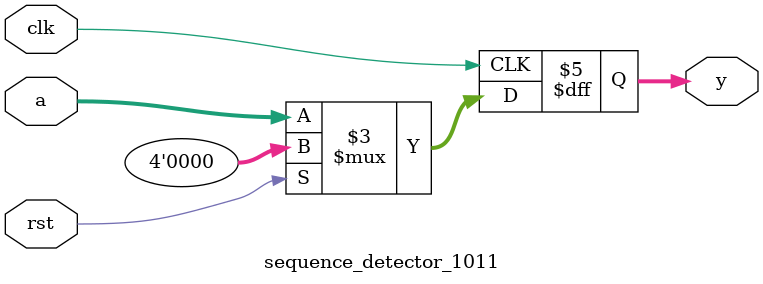
<source format=v>
/* 
 * Corevexis Semiconductor 
 * Example 82: SEQUENCE DETECTOR 1011 
 */

module sequence_detector_1011 (
    input clk,
    input rst,
    input [3:0] a,
    output reg [3:0] y
);

always @(posedge clk) begin
    if(rst) y <= 4'b0;
    else y <= a; 
end

endmodule
</source>
